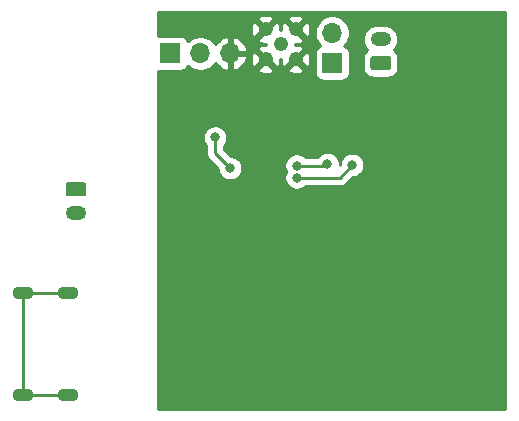
<source format=gbl>
G04 #@! TF.GenerationSoftware,KiCad,Pcbnew,(5.1.5-0)*
G04 #@! TF.CreationDate,2021-10-12T13:01:33-06:00*
G04 #@! TF.ProjectId,TPS61165-heater,54505336-3131-4363-952d-686561746572,rev?*
G04 #@! TF.SameCoordinates,Original*
G04 #@! TF.FileFunction,Copper,L2,Bot*
G04 #@! TF.FilePolarity,Positive*
%FSLAX46Y46*%
G04 Gerber Fmt 4.6, Leading zero omitted, Abs format (unit mm)*
G04 Created by KiCad (PCBNEW (5.1.5-0)) date 2021-10-12 13:01:33*
%MOMM*%
%LPD*%
G04 APERTURE LIST*
%ADD10O,1.700000X1.700000*%
%ADD11R,1.700000X1.700000*%
%ADD12C,1.240000*%
%ADD13O,1.750000X1.200000*%
%ADD14C,0.100000*%
%ADD15O,1.800000X1.100000*%
%ADD16C,0.800000*%
%ADD17C,0.250000*%
%ADD18C,0.254000*%
G04 APERTURE END LIST*
D10*
X136080000Y-59200000D03*
X133540000Y-59200000D03*
D11*
X131000000Y-59200000D03*
D12*
X141600000Y-57160000D03*
X139060000Y-59700000D03*
X139060000Y-57160000D03*
X141600000Y-59700000D03*
X140330000Y-58430000D03*
D13*
X148800000Y-58000000D03*
G04 #@! TA.AperFunction,ComponentPad*
D14*
G36*
X149449505Y-59401204D02*
G01*
X149473773Y-59404804D01*
X149497572Y-59410765D01*
X149520671Y-59419030D01*
X149542850Y-59429520D01*
X149563893Y-59442132D01*
X149583599Y-59456747D01*
X149601777Y-59473223D01*
X149618253Y-59491401D01*
X149632868Y-59511107D01*
X149645480Y-59532150D01*
X149655970Y-59554329D01*
X149664235Y-59577428D01*
X149670196Y-59601227D01*
X149673796Y-59625495D01*
X149675000Y-59649999D01*
X149675000Y-60350001D01*
X149673796Y-60374505D01*
X149670196Y-60398773D01*
X149664235Y-60422572D01*
X149655970Y-60445671D01*
X149645480Y-60467850D01*
X149632868Y-60488893D01*
X149618253Y-60508599D01*
X149601777Y-60526777D01*
X149583599Y-60543253D01*
X149563893Y-60557868D01*
X149542850Y-60570480D01*
X149520671Y-60580970D01*
X149497572Y-60589235D01*
X149473773Y-60595196D01*
X149449505Y-60598796D01*
X149425001Y-60600000D01*
X148174999Y-60600000D01*
X148150495Y-60598796D01*
X148126227Y-60595196D01*
X148102428Y-60589235D01*
X148079329Y-60580970D01*
X148057150Y-60570480D01*
X148036107Y-60557868D01*
X148016401Y-60543253D01*
X147998223Y-60526777D01*
X147981747Y-60508599D01*
X147967132Y-60488893D01*
X147954520Y-60467850D01*
X147944030Y-60445671D01*
X147935765Y-60422572D01*
X147929804Y-60398773D01*
X147926204Y-60374505D01*
X147925000Y-60350001D01*
X147925000Y-59649999D01*
X147926204Y-59625495D01*
X147929804Y-59601227D01*
X147935765Y-59577428D01*
X147944030Y-59554329D01*
X147954520Y-59532150D01*
X147967132Y-59511107D01*
X147981747Y-59491401D01*
X147998223Y-59473223D01*
X148016401Y-59456747D01*
X148036107Y-59442132D01*
X148057150Y-59429520D01*
X148079329Y-59419030D01*
X148102428Y-59410765D01*
X148126227Y-59404804D01*
X148150495Y-59401204D01*
X148174999Y-59400000D01*
X149425001Y-59400000D01*
X149449505Y-59401204D01*
G37*
G04 #@! TD.AperFunction*
D10*
X144700000Y-57460000D03*
D11*
X144700000Y-60000000D03*
D13*
X123000000Y-72700000D03*
G04 #@! TA.AperFunction,ComponentPad*
D14*
G36*
X123649505Y-70101204D02*
G01*
X123673773Y-70104804D01*
X123697572Y-70110765D01*
X123720671Y-70119030D01*
X123742850Y-70129520D01*
X123763893Y-70142132D01*
X123783599Y-70156747D01*
X123801777Y-70173223D01*
X123818253Y-70191401D01*
X123832868Y-70211107D01*
X123845480Y-70232150D01*
X123855970Y-70254329D01*
X123864235Y-70277428D01*
X123870196Y-70301227D01*
X123873796Y-70325495D01*
X123875000Y-70349999D01*
X123875000Y-71050001D01*
X123873796Y-71074505D01*
X123870196Y-71098773D01*
X123864235Y-71122572D01*
X123855970Y-71145671D01*
X123845480Y-71167850D01*
X123832868Y-71188893D01*
X123818253Y-71208599D01*
X123801777Y-71226777D01*
X123783599Y-71243253D01*
X123763893Y-71257868D01*
X123742850Y-71270480D01*
X123720671Y-71280970D01*
X123697572Y-71289235D01*
X123673773Y-71295196D01*
X123649505Y-71298796D01*
X123625001Y-71300000D01*
X122374999Y-71300000D01*
X122350495Y-71298796D01*
X122326227Y-71295196D01*
X122302428Y-71289235D01*
X122279329Y-71280970D01*
X122257150Y-71270480D01*
X122236107Y-71257868D01*
X122216401Y-71243253D01*
X122198223Y-71226777D01*
X122181747Y-71208599D01*
X122167132Y-71188893D01*
X122154520Y-71167850D01*
X122144030Y-71145671D01*
X122135765Y-71122572D01*
X122129804Y-71098773D01*
X122126204Y-71074505D01*
X122125000Y-71050001D01*
X122125000Y-70349999D01*
X122126204Y-70325495D01*
X122129804Y-70301227D01*
X122135765Y-70277428D01*
X122144030Y-70254329D01*
X122154520Y-70232150D01*
X122167132Y-70211107D01*
X122181747Y-70191401D01*
X122198223Y-70173223D01*
X122216401Y-70156747D01*
X122236107Y-70142132D01*
X122257150Y-70129520D01*
X122279329Y-70119030D01*
X122302428Y-70110765D01*
X122326227Y-70104804D01*
X122350495Y-70101204D01*
X122374999Y-70100000D01*
X123625001Y-70100000D01*
X123649505Y-70101204D01*
G37*
G04 #@! TD.AperFunction*
D15*
X118525000Y-79480000D03*
X118525000Y-88120000D03*
X122325000Y-79480000D03*
X122325000Y-88120000D03*
D16*
X147900000Y-83800000D03*
X147900000Y-83000000D03*
X147900000Y-84600000D03*
X147900000Y-82200000D03*
X147900000Y-87300000D03*
X152700000Y-83600000D03*
X152500000Y-86800000D03*
X138400000Y-79300000D03*
X141700000Y-79300000D03*
X138350000Y-80650000D03*
X141700000Y-78000000D03*
X149300000Y-66300000D03*
X147800000Y-68000000D03*
X151100000Y-69500000D03*
X143700000Y-63900000D03*
X140500000Y-63900000D03*
X138300000Y-67025000D03*
X134799990Y-66300000D03*
X136070155Y-68917229D03*
X141700000Y-69700003D03*
X146400000Y-68625000D03*
X141700000Y-68700000D03*
X144300000Y-68550000D03*
D17*
X149300000Y-66500000D02*
X147800000Y-68000000D01*
X149300000Y-66300000D02*
X149300000Y-66500000D01*
X122325000Y-79480000D02*
X118525000Y-79480000D01*
X122325000Y-88120000D02*
X118525000Y-88120000D01*
X118525000Y-87320000D02*
X118525000Y-79480000D01*
X118525000Y-88120000D02*
X118525000Y-87320000D01*
X134799990Y-67647064D02*
X136070155Y-68917229D01*
X134799990Y-66300000D02*
X134799990Y-67647064D01*
X145324997Y-69700003D02*
X146400000Y-68625000D01*
X141700000Y-69700003D02*
X145324997Y-69700003D01*
X144150000Y-68700000D02*
X144300000Y-68550000D01*
X141700000Y-68700000D02*
X144150000Y-68700000D01*
D18*
G36*
X159340001Y-89340000D02*
G01*
X129927000Y-89340000D01*
X129927000Y-66198061D01*
X133764990Y-66198061D01*
X133764990Y-66401939D01*
X133804764Y-66601898D01*
X133882785Y-66790256D01*
X133996053Y-66959774D01*
X134039991Y-67003712D01*
X134039991Y-67609732D01*
X134036314Y-67647064D01*
X134039991Y-67684397D01*
X134050988Y-67796050D01*
X134064170Y-67839506D01*
X134094444Y-67939310D01*
X134165016Y-68071340D01*
X134217051Y-68134744D01*
X134259990Y-68187065D01*
X134288988Y-68210863D01*
X135035155Y-68957031D01*
X135035155Y-69019168D01*
X135074929Y-69219127D01*
X135152950Y-69407485D01*
X135266218Y-69577003D01*
X135410381Y-69721166D01*
X135579899Y-69834434D01*
X135768257Y-69912455D01*
X135968216Y-69952229D01*
X136172094Y-69952229D01*
X136372053Y-69912455D01*
X136560411Y-69834434D01*
X136729929Y-69721166D01*
X136874092Y-69577003D01*
X136987360Y-69407485D01*
X137065381Y-69219127D01*
X137105155Y-69019168D01*
X137105155Y-68815290D01*
X137065381Y-68615331D01*
X137058228Y-68598061D01*
X140665000Y-68598061D01*
X140665000Y-68801939D01*
X140704774Y-69001898D01*
X140782795Y-69190256D01*
X140789307Y-69200002D01*
X140782795Y-69209747D01*
X140704774Y-69398105D01*
X140665000Y-69598064D01*
X140665000Y-69801942D01*
X140704774Y-70001901D01*
X140782795Y-70190259D01*
X140896063Y-70359777D01*
X141040226Y-70503940D01*
X141209744Y-70617208D01*
X141398102Y-70695229D01*
X141598061Y-70735003D01*
X141801939Y-70735003D01*
X142001898Y-70695229D01*
X142190256Y-70617208D01*
X142359774Y-70503940D01*
X142403711Y-70460003D01*
X145287675Y-70460003D01*
X145324997Y-70463679D01*
X145362319Y-70460003D01*
X145362330Y-70460003D01*
X145473983Y-70449006D01*
X145617244Y-70405549D01*
X145749273Y-70334977D01*
X145864998Y-70240004D01*
X145888801Y-70211001D01*
X146439802Y-69660000D01*
X146501939Y-69660000D01*
X146701898Y-69620226D01*
X146890256Y-69542205D01*
X147059774Y-69428937D01*
X147203937Y-69284774D01*
X147317205Y-69115256D01*
X147395226Y-68926898D01*
X147435000Y-68726939D01*
X147435000Y-68523061D01*
X147395226Y-68323102D01*
X147317205Y-68134744D01*
X147203937Y-67965226D01*
X147059774Y-67821063D01*
X146890256Y-67707795D01*
X146701898Y-67629774D01*
X146501939Y-67590000D01*
X146298061Y-67590000D01*
X146098102Y-67629774D01*
X145909744Y-67707795D01*
X145740226Y-67821063D01*
X145596063Y-67965226D01*
X145482795Y-68134744D01*
X145404774Y-68323102D01*
X145365000Y-68523061D01*
X145365000Y-68585198D01*
X145335000Y-68615198D01*
X145335000Y-68448061D01*
X145295226Y-68248102D01*
X145217205Y-68059744D01*
X145103937Y-67890226D01*
X144959774Y-67746063D01*
X144790256Y-67632795D01*
X144601898Y-67554774D01*
X144401939Y-67515000D01*
X144198061Y-67515000D01*
X143998102Y-67554774D01*
X143809744Y-67632795D01*
X143640226Y-67746063D01*
X143496063Y-67890226D01*
X143462805Y-67940000D01*
X142403711Y-67940000D01*
X142359774Y-67896063D01*
X142190256Y-67782795D01*
X142001898Y-67704774D01*
X141801939Y-67665000D01*
X141598061Y-67665000D01*
X141398102Y-67704774D01*
X141209744Y-67782795D01*
X141040226Y-67896063D01*
X140896063Y-68040226D01*
X140782795Y-68209744D01*
X140704774Y-68398102D01*
X140665000Y-68598061D01*
X137058228Y-68598061D01*
X136987360Y-68426973D01*
X136874092Y-68257455D01*
X136729929Y-68113292D01*
X136560411Y-68000024D01*
X136372053Y-67922003D01*
X136172094Y-67882229D01*
X136109957Y-67882229D01*
X135559990Y-67332263D01*
X135559990Y-67003711D01*
X135603927Y-66959774D01*
X135717195Y-66790256D01*
X135795216Y-66601898D01*
X135834990Y-66401939D01*
X135834990Y-66198061D01*
X135795216Y-65998102D01*
X135717195Y-65809744D01*
X135603927Y-65640226D01*
X135459764Y-65496063D01*
X135290246Y-65382795D01*
X135101888Y-65304774D01*
X134901929Y-65265000D01*
X134698051Y-65265000D01*
X134498092Y-65304774D01*
X134309734Y-65382795D01*
X134140216Y-65496063D01*
X133996053Y-65640226D01*
X133882785Y-65809744D01*
X133804764Y-65998102D01*
X133764990Y-66198061D01*
X129927000Y-66198061D01*
X129927000Y-60645927D01*
X130025518Y-60675812D01*
X130150000Y-60688072D01*
X131850000Y-60688072D01*
X131974482Y-60675812D01*
X132094180Y-60639502D01*
X132204494Y-60580537D01*
X132301185Y-60501185D01*
X132380537Y-60404494D01*
X132439502Y-60294180D01*
X132461513Y-60221620D01*
X132593368Y-60353475D01*
X132836589Y-60515990D01*
X133106842Y-60627932D01*
X133393740Y-60685000D01*
X133686260Y-60685000D01*
X133973158Y-60627932D01*
X134243411Y-60515990D01*
X134486632Y-60353475D01*
X134693475Y-60146632D01*
X134815195Y-59964466D01*
X134884822Y-60081355D01*
X135079731Y-60297588D01*
X135313080Y-60471641D01*
X135575901Y-60596825D01*
X135723110Y-60641476D01*
X135953000Y-60520155D01*
X135953000Y-59327000D01*
X136207000Y-59327000D01*
X136207000Y-60520155D01*
X136436890Y-60641476D01*
X136584099Y-60596825D01*
X136652863Y-60564072D01*
X138375533Y-60564072D01*
X138425274Y-60789691D01*
X138650058Y-60892582D01*
X138890596Y-60949642D01*
X139137645Y-60958680D01*
X139381709Y-60919347D01*
X139613410Y-60833156D01*
X139694726Y-60789691D01*
X139744467Y-60564072D01*
X140915533Y-60564072D01*
X140965274Y-60789691D01*
X141190058Y-60892582D01*
X141430596Y-60949642D01*
X141677645Y-60958680D01*
X141921709Y-60919347D01*
X142153410Y-60833156D01*
X142234726Y-60789691D01*
X142284467Y-60564072D01*
X141600000Y-59879605D01*
X140915533Y-60564072D01*
X139744467Y-60564072D01*
X139060000Y-59879605D01*
X138375533Y-60564072D01*
X136652863Y-60564072D01*
X136846920Y-60471641D01*
X137080269Y-60297588D01*
X137275178Y-60081355D01*
X137424157Y-59831252D01*
X137443172Y-59777645D01*
X137801320Y-59777645D01*
X137840653Y-60021709D01*
X137926844Y-60253410D01*
X137970309Y-60334726D01*
X138195928Y-60384467D01*
X138880395Y-59700000D01*
X138195928Y-59015533D01*
X137970309Y-59065274D01*
X137867418Y-59290058D01*
X137810358Y-59530596D01*
X137801320Y-59777645D01*
X137443172Y-59777645D01*
X137521481Y-59556891D01*
X137400814Y-59327000D01*
X136207000Y-59327000D01*
X135953000Y-59327000D01*
X135933000Y-59327000D01*
X135933000Y-59073000D01*
X135953000Y-59073000D01*
X135953000Y-57879845D01*
X136207000Y-57879845D01*
X136207000Y-59073000D01*
X137400814Y-59073000D01*
X137521481Y-58843109D01*
X137424157Y-58568748D01*
X137275178Y-58318645D01*
X137080269Y-58102412D01*
X136975241Y-58024072D01*
X138375533Y-58024072D01*
X138425274Y-58249691D01*
X138650058Y-58352582D01*
X138890596Y-58409642D01*
X139075000Y-58416388D01*
X139075000Y-58444709D01*
X138982355Y-58441320D01*
X138738291Y-58480653D01*
X138506590Y-58566844D01*
X138425274Y-58610309D01*
X138375533Y-58835928D01*
X139060000Y-59520395D01*
X139074143Y-59506253D01*
X139253748Y-59685858D01*
X139239605Y-59700000D01*
X139924072Y-60384467D01*
X140149691Y-60334726D01*
X140252582Y-60109942D01*
X140309642Y-59869404D01*
X140316388Y-59685000D01*
X140344709Y-59685000D01*
X140341320Y-59777645D01*
X140380653Y-60021709D01*
X140466844Y-60253410D01*
X140510309Y-60334726D01*
X140735928Y-60384467D01*
X141420395Y-59700000D01*
X141779605Y-59700000D01*
X142464072Y-60384467D01*
X142689691Y-60334726D01*
X142792582Y-60109942D01*
X142849642Y-59869404D01*
X142858680Y-59622355D01*
X142819347Y-59378291D01*
X142734425Y-59150000D01*
X143211928Y-59150000D01*
X143211928Y-60850000D01*
X143224188Y-60974482D01*
X143260498Y-61094180D01*
X143319463Y-61204494D01*
X143398815Y-61301185D01*
X143495506Y-61380537D01*
X143605820Y-61439502D01*
X143725518Y-61475812D01*
X143850000Y-61488072D01*
X145550000Y-61488072D01*
X145674482Y-61475812D01*
X145794180Y-61439502D01*
X145904494Y-61380537D01*
X146001185Y-61301185D01*
X146080537Y-61204494D01*
X146139502Y-61094180D01*
X146175812Y-60974482D01*
X146188072Y-60850000D01*
X146188072Y-59150000D01*
X146175812Y-59025518D01*
X146139502Y-58905820D01*
X146080537Y-58795506D01*
X146001185Y-58698815D01*
X145904494Y-58619463D01*
X145794180Y-58560498D01*
X145721620Y-58538487D01*
X145853475Y-58406632D01*
X146015990Y-58163411D01*
X146083676Y-58000000D01*
X147284025Y-58000000D01*
X147307870Y-58242102D01*
X147378489Y-58474901D01*
X147493167Y-58689449D01*
X147647498Y-58877502D01*
X147686111Y-58909191D01*
X147681613Y-58911595D01*
X147547038Y-59022038D01*
X147436595Y-59156613D01*
X147354528Y-59310149D01*
X147303992Y-59476745D01*
X147286928Y-59649999D01*
X147286928Y-60350001D01*
X147303992Y-60523255D01*
X147354528Y-60689851D01*
X147436595Y-60843387D01*
X147547038Y-60977962D01*
X147681613Y-61088405D01*
X147835149Y-61170472D01*
X148001745Y-61221008D01*
X148174999Y-61238072D01*
X149425001Y-61238072D01*
X149598255Y-61221008D01*
X149764851Y-61170472D01*
X149918387Y-61088405D01*
X150052962Y-60977962D01*
X150163405Y-60843387D01*
X150245472Y-60689851D01*
X150296008Y-60523255D01*
X150313072Y-60350001D01*
X150313072Y-59649999D01*
X150296008Y-59476745D01*
X150245472Y-59310149D01*
X150163405Y-59156613D01*
X150052962Y-59022038D01*
X149918387Y-58911595D01*
X149913889Y-58909191D01*
X149952502Y-58877502D01*
X150106833Y-58689449D01*
X150221511Y-58474901D01*
X150292130Y-58242102D01*
X150315975Y-58000000D01*
X150292130Y-57757898D01*
X150221511Y-57525099D01*
X150106833Y-57310551D01*
X149952502Y-57122498D01*
X149764449Y-56968167D01*
X149549901Y-56853489D01*
X149317102Y-56782870D01*
X149135665Y-56765000D01*
X148464335Y-56765000D01*
X148282898Y-56782870D01*
X148050099Y-56853489D01*
X147835551Y-56968167D01*
X147647498Y-57122498D01*
X147493167Y-57310551D01*
X147378489Y-57525099D01*
X147307870Y-57757898D01*
X147284025Y-58000000D01*
X146083676Y-58000000D01*
X146127932Y-57893158D01*
X146185000Y-57606260D01*
X146185000Y-57313740D01*
X146127932Y-57026842D01*
X146015990Y-56756589D01*
X145853475Y-56513368D01*
X145646632Y-56306525D01*
X145403411Y-56144010D01*
X145133158Y-56032068D01*
X144846260Y-55975000D01*
X144553740Y-55975000D01*
X144266842Y-56032068D01*
X143996589Y-56144010D01*
X143753368Y-56306525D01*
X143546525Y-56513368D01*
X143384010Y-56756589D01*
X143272068Y-57026842D01*
X143215000Y-57313740D01*
X143215000Y-57606260D01*
X143272068Y-57893158D01*
X143384010Y-58163411D01*
X143546525Y-58406632D01*
X143678380Y-58538487D01*
X143605820Y-58560498D01*
X143495506Y-58619463D01*
X143398815Y-58698815D01*
X143319463Y-58795506D01*
X143260498Y-58905820D01*
X143224188Y-59025518D01*
X143211928Y-59150000D01*
X142734425Y-59150000D01*
X142733156Y-59146590D01*
X142689691Y-59065274D01*
X142464072Y-59015533D01*
X141779605Y-59700000D01*
X141420395Y-59700000D01*
X141406253Y-59685858D01*
X141585858Y-59506253D01*
X141600000Y-59520395D01*
X142284467Y-58835928D01*
X142234726Y-58610309D01*
X142009942Y-58507418D01*
X141769404Y-58450358D01*
X141585000Y-58443612D01*
X141585000Y-58415291D01*
X141677645Y-58418680D01*
X141921709Y-58379347D01*
X142153410Y-58293156D01*
X142234726Y-58249691D01*
X142284467Y-58024072D01*
X141600000Y-57339605D01*
X141585858Y-57353748D01*
X141406253Y-57174143D01*
X141420395Y-57160000D01*
X141779605Y-57160000D01*
X142464072Y-57844467D01*
X142689691Y-57794726D01*
X142792582Y-57569942D01*
X142849642Y-57329404D01*
X142858680Y-57082355D01*
X142819347Y-56838291D01*
X142733156Y-56606590D01*
X142689691Y-56525274D01*
X142464072Y-56475533D01*
X141779605Y-57160000D01*
X141420395Y-57160000D01*
X140735928Y-56475533D01*
X140510309Y-56525274D01*
X140407418Y-56750058D01*
X140350358Y-56990596D01*
X140343612Y-57175000D01*
X140315291Y-57175000D01*
X140318680Y-57082355D01*
X140279347Y-56838291D01*
X140193156Y-56606590D01*
X140149691Y-56525274D01*
X139924072Y-56475533D01*
X139239605Y-57160000D01*
X139253748Y-57174143D01*
X139074143Y-57353748D01*
X139060000Y-57339605D01*
X138375533Y-58024072D01*
X136975241Y-58024072D01*
X136846920Y-57928359D01*
X136584099Y-57803175D01*
X136436890Y-57758524D01*
X136207000Y-57879845D01*
X135953000Y-57879845D01*
X135723110Y-57758524D01*
X135575901Y-57803175D01*
X135313080Y-57928359D01*
X135079731Y-58102412D01*
X134884822Y-58318645D01*
X134815195Y-58435534D01*
X134693475Y-58253368D01*
X134486632Y-58046525D01*
X134243411Y-57884010D01*
X133973158Y-57772068D01*
X133686260Y-57715000D01*
X133393740Y-57715000D01*
X133106842Y-57772068D01*
X132836589Y-57884010D01*
X132593368Y-58046525D01*
X132461513Y-58178380D01*
X132439502Y-58105820D01*
X132380537Y-57995506D01*
X132301185Y-57898815D01*
X132204494Y-57819463D01*
X132094180Y-57760498D01*
X131974482Y-57724188D01*
X131850000Y-57711928D01*
X130150000Y-57711928D01*
X130025518Y-57724188D01*
X129927000Y-57754073D01*
X129927000Y-57237645D01*
X137801320Y-57237645D01*
X137840653Y-57481709D01*
X137926844Y-57713410D01*
X137970309Y-57794726D01*
X138195928Y-57844467D01*
X138880395Y-57160000D01*
X138195928Y-56475533D01*
X137970309Y-56525274D01*
X137867418Y-56750058D01*
X137810358Y-56990596D01*
X137801320Y-57237645D01*
X129927000Y-57237645D01*
X129927000Y-56295928D01*
X138375533Y-56295928D01*
X139060000Y-56980395D01*
X139744467Y-56295928D01*
X140915533Y-56295928D01*
X141600000Y-56980395D01*
X142284467Y-56295928D01*
X142234726Y-56070309D01*
X142009942Y-55967418D01*
X141769404Y-55910358D01*
X141522355Y-55901320D01*
X141278291Y-55940653D01*
X141046590Y-56026844D01*
X140965274Y-56070309D01*
X140915533Y-56295928D01*
X139744467Y-56295928D01*
X139694726Y-56070309D01*
X139469942Y-55967418D01*
X139229404Y-55910358D01*
X138982355Y-55901320D01*
X138738291Y-55940653D01*
X138506590Y-56026844D01*
X138425274Y-56070309D01*
X138375533Y-56295928D01*
X129927000Y-56295928D01*
X129927000Y-55660000D01*
X159340000Y-55660000D01*
X159340001Y-89340000D01*
G37*
X159340001Y-89340000D02*
X129927000Y-89340000D01*
X129927000Y-66198061D01*
X133764990Y-66198061D01*
X133764990Y-66401939D01*
X133804764Y-66601898D01*
X133882785Y-66790256D01*
X133996053Y-66959774D01*
X134039991Y-67003712D01*
X134039991Y-67609732D01*
X134036314Y-67647064D01*
X134039991Y-67684397D01*
X134050988Y-67796050D01*
X134064170Y-67839506D01*
X134094444Y-67939310D01*
X134165016Y-68071340D01*
X134217051Y-68134744D01*
X134259990Y-68187065D01*
X134288988Y-68210863D01*
X135035155Y-68957031D01*
X135035155Y-69019168D01*
X135074929Y-69219127D01*
X135152950Y-69407485D01*
X135266218Y-69577003D01*
X135410381Y-69721166D01*
X135579899Y-69834434D01*
X135768257Y-69912455D01*
X135968216Y-69952229D01*
X136172094Y-69952229D01*
X136372053Y-69912455D01*
X136560411Y-69834434D01*
X136729929Y-69721166D01*
X136874092Y-69577003D01*
X136987360Y-69407485D01*
X137065381Y-69219127D01*
X137105155Y-69019168D01*
X137105155Y-68815290D01*
X137065381Y-68615331D01*
X137058228Y-68598061D01*
X140665000Y-68598061D01*
X140665000Y-68801939D01*
X140704774Y-69001898D01*
X140782795Y-69190256D01*
X140789307Y-69200002D01*
X140782795Y-69209747D01*
X140704774Y-69398105D01*
X140665000Y-69598064D01*
X140665000Y-69801942D01*
X140704774Y-70001901D01*
X140782795Y-70190259D01*
X140896063Y-70359777D01*
X141040226Y-70503940D01*
X141209744Y-70617208D01*
X141398102Y-70695229D01*
X141598061Y-70735003D01*
X141801939Y-70735003D01*
X142001898Y-70695229D01*
X142190256Y-70617208D01*
X142359774Y-70503940D01*
X142403711Y-70460003D01*
X145287675Y-70460003D01*
X145324997Y-70463679D01*
X145362319Y-70460003D01*
X145362330Y-70460003D01*
X145473983Y-70449006D01*
X145617244Y-70405549D01*
X145749273Y-70334977D01*
X145864998Y-70240004D01*
X145888801Y-70211001D01*
X146439802Y-69660000D01*
X146501939Y-69660000D01*
X146701898Y-69620226D01*
X146890256Y-69542205D01*
X147059774Y-69428937D01*
X147203937Y-69284774D01*
X147317205Y-69115256D01*
X147395226Y-68926898D01*
X147435000Y-68726939D01*
X147435000Y-68523061D01*
X147395226Y-68323102D01*
X147317205Y-68134744D01*
X147203937Y-67965226D01*
X147059774Y-67821063D01*
X146890256Y-67707795D01*
X146701898Y-67629774D01*
X146501939Y-67590000D01*
X146298061Y-67590000D01*
X146098102Y-67629774D01*
X145909744Y-67707795D01*
X145740226Y-67821063D01*
X145596063Y-67965226D01*
X145482795Y-68134744D01*
X145404774Y-68323102D01*
X145365000Y-68523061D01*
X145365000Y-68585198D01*
X145335000Y-68615198D01*
X145335000Y-68448061D01*
X145295226Y-68248102D01*
X145217205Y-68059744D01*
X145103937Y-67890226D01*
X144959774Y-67746063D01*
X144790256Y-67632795D01*
X144601898Y-67554774D01*
X144401939Y-67515000D01*
X144198061Y-67515000D01*
X143998102Y-67554774D01*
X143809744Y-67632795D01*
X143640226Y-67746063D01*
X143496063Y-67890226D01*
X143462805Y-67940000D01*
X142403711Y-67940000D01*
X142359774Y-67896063D01*
X142190256Y-67782795D01*
X142001898Y-67704774D01*
X141801939Y-67665000D01*
X141598061Y-67665000D01*
X141398102Y-67704774D01*
X141209744Y-67782795D01*
X141040226Y-67896063D01*
X140896063Y-68040226D01*
X140782795Y-68209744D01*
X140704774Y-68398102D01*
X140665000Y-68598061D01*
X137058228Y-68598061D01*
X136987360Y-68426973D01*
X136874092Y-68257455D01*
X136729929Y-68113292D01*
X136560411Y-68000024D01*
X136372053Y-67922003D01*
X136172094Y-67882229D01*
X136109957Y-67882229D01*
X135559990Y-67332263D01*
X135559990Y-67003711D01*
X135603927Y-66959774D01*
X135717195Y-66790256D01*
X135795216Y-66601898D01*
X135834990Y-66401939D01*
X135834990Y-66198061D01*
X135795216Y-65998102D01*
X135717195Y-65809744D01*
X135603927Y-65640226D01*
X135459764Y-65496063D01*
X135290246Y-65382795D01*
X135101888Y-65304774D01*
X134901929Y-65265000D01*
X134698051Y-65265000D01*
X134498092Y-65304774D01*
X134309734Y-65382795D01*
X134140216Y-65496063D01*
X133996053Y-65640226D01*
X133882785Y-65809744D01*
X133804764Y-65998102D01*
X133764990Y-66198061D01*
X129927000Y-66198061D01*
X129927000Y-60645927D01*
X130025518Y-60675812D01*
X130150000Y-60688072D01*
X131850000Y-60688072D01*
X131974482Y-60675812D01*
X132094180Y-60639502D01*
X132204494Y-60580537D01*
X132301185Y-60501185D01*
X132380537Y-60404494D01*
X132439502Y-60294180D01*
X132461513Y-60221620D01*
X132593368Y-60353475D01*
X132836589Y-60515990D01*
X133106842Y-60627932D01*
X133393740Y-60685000D01*
X133686260Y-60685000D01*
X133973158Y-60627932D01*
X134243411Y-60515990D01*
X134486632Y-60353475D01*
X134693475Y-60146632D01*
X134815195Y-59964466D01*
X134884822Y-60081355D01*
X135079731Y-60297588D01*
X135313080Y-60471641D01*
X135575901Y-60596825D01*
X135723110Y-60641476D01*
X135953000Y-60520155D01*
X135953000Y-59327000D01*
X136207000Y-59327000D01*
X136207000Y-60520155D01*
X136436890Y-60641476D01*
X136584099Y-60596825D01*
X136652863Y-60564072D01*
X138375533Y-60564072D01*
X138425274Y-60789691D01*
X138650058Y-60892582D01*
X138890596Y-60949642D01*
X139137645Y-60958680D01*
X139381709Y-60919347D01*
X139613410Y-60833156D01*
X139694726Y-60789691D01*
X139744467Y-60564072D01*
X140915533Y-60564072D01*
X140965274Y-60789691D01*
X141190058Y-60892582D01*
X141430596Y-60949642D01*
X141677645Y-60958680D01*
X141921709Y-60919347D01*
X142153410Y-60833156D01*
X142234726Y-60789691D01*
X142284467Y-60564072D01*
X141600000Y-59879605D01*
X140915533Y-60564072D01*
X139744467Y-60564072D01*
X139060000Y-59879605D01*
X138375533Y-60564072D01*
X136652863Y-60564072D01*
X136846920Y-60471641D01*
X137080269Y-60297588D01*
X137275178Y-60081355D01*
X137424157Y-59831252D01*
X137443172Y-59777645D01*
X137801320Y-59777645D01*
X137840653Y-60021709D01*
X137926844Y-60253410D01*
X137970309Y-60334726D01*
X138195928Y-60384467D01*
X138880395Y-59700000D01*
X138195928Y-59015533D01*
X137970309Y-59065274D01*
X137867418Y-59290058D01*
X137810358Y-59530596D01*
X137801320Y-59777645D01*
X137443172Y-59777645D01*
X137521481Y-59556891D01*
X137400814Y-59327000D01*
X136207000Y-59327000D01*
X135953000Y-59327000D01*
X135933000Y-59327000D01*
X135933000Y-59073000D01*
X135953000Y-59073000D01*
X135953000Y-57879845D01*
X136207000Y-57879845D01*
X136207000Y-59073000D01*
X137400814Y-59073000D01*
X137521481Y-58843109D01*
X137424157Y-58568748D01*
X137275178Y-58318645D01*
X137080269Y-58102412D01*
X136975241Y-58024072D01*
X138375533Y-58024072D01*
X138425274Y-58249691D01*
X138650058Y-58352582D01*
X138890596Y-58409642D01*
X139075000Y-58416388D01*
X139075000Y-58444709D01*
X138982355Y-58441320D01*
X138738291Y-58480653D01*
X138506590Y-58566844D01*
X138425274Y-58610309D01*
X138375533Y-58835928D01*
X139060000Y-59520395D01*
X139074143Y-59506253D01*
X139253748Y-59685858D01*
X139239605Y-59700000D01*
X139924072Y-60384467D01*
X140149691Y-60334726D01*
X140252582Y-60109942D01*
X140309642Y-59869404D01*
X140316388Y-59685000D01*
X140344709Y-59685000D01*
X140341320Y-59777645D01*
X140380653Y-60021709D01*
X140466844Y-60253410D01*
X140510309Y-60334726D01*
X140735928Y-60384467D01*
X141420395Y-59700000D01*
X141779605Y-59700000D01*
X142464072Y-60384467D01*
X142689691Y-60334726D01*
X142792582Y-60109942D01*
X142849642Y-59869404D01*
X142858680Y-59622355D01*
X142819347Y-59378291D01*
X142734425Y-59150000D01*
X143211928Y-59150000D01*
X143211928Y-60850000D01*
X143224188Y-60974482D01*
X143260498Y-61094180D01*
X143319463Y-61204494D01*
X143398815Y-61301185D01*
X143495506Y-61380537D01*
X143605820Y-61439502D01*
X143725518Y-61475812D01*
X143850000Y-61488072D01*
X145550000Y-61488072D01*
X145674482Y-61475812D01*
X145794180Y-61439502D01*
X145904494Y-61380537D01*
X146001185Y-61301185D01*
X146080537Y-61204494D01*
X146139502Y-61094180D01*
X146175812Y-60974482D01*
X146188072Y-60850000D01*
X146188072Y-59150000D01*
X146175812Y-59025518D01*
X146139502Y-58905820D01*
X146080537Y-58795506D01*
X146001185Y-58698815D01*
X145904494Y-58619463D01*
X145794180Y-58560498D01*
X145721620Y-58538487D01*
X145853475Y-58406632D01*
X146015990Y-58163411D01*
X146083676Y-58000000D01*
X147284025Y-58000000D01*
X147307870Y-58242102D01*
X147378489Y-58474901D01*
X147493167Y-58689449D01*
X147647498Y-58877502D01*
X147686111Y-58909191D01*
X147681613Y-58911595D01*
X147547038Y-59022038D01*
X147436595Y-59156613D01*
X147354528Y-59310149D01*
X147303992Y-59476745D01*
X147286928Y-59649999D01*
X147286928Y-60350001D01*
X147303992Y-60523255D01*
X147354528Y-60689851D01*
X147436595Y-60843387D01*
X147547038Y-60977962D01*
X147681613Y-61088405D01*
X147835149Y-61170472D01*
X148001745Y-61221008D01*
X148174999Y-61238072D01*
X149425001Y-61238072D01*
X149598255Y-61221008D01*
X149764851Y-61170472D01*
X149918387Y-61088405D01*
X150052962Y-60977962D01*
X150163405Y-60843387D01*
X150245472Y-60689851D01*
X150296008Y-60523255D01*
X150313072Y-60350001D01*
X150313072Y-59649999D01*
X150296008Y-59476745D01*
X150245472Y-59310149D01*
X150163405Y-59156613D01*
X150052962Y-59022038D01*
X149918387Y-58911595D01*
X149913889Y-58909191D01*
X149952502Y-58877502D01*
X150106833Y-58689449D01*
X150221511Y-58474901D01*
X150292130Y-58242102D01*
X150315975Y-58000000D01*
X150292130Y-57757898D01*
X150221511Y-57525099D01*
X150106833Y-57310551D01*
X149952502Y-57122498D01*
X149764449Y-56968167D01*
X149549901Y-56853489D01*
X149317102Y-56782870D01*
X149135665Y-56765000D01*
X148464335Y-56765000D01*
X148282898Y-56782870D01*
X148050099Y-56853489D01*
X147835551Y-56968167D01*
X147647498Y-57122498D01*
X147493167Y-57310551D01*
X147378489Y-57525099D01*
X147307870Y-57757898D01*
X147284025Y-58000000D01*
X146083676Y-58000000D01*
X146127932Y-57893158D01*
X146185000Y-57606260D01*
X146185000Y-57313740D01*
X146127932Y-57026842D01*
X146015990Y-56756589D01*
X145853475Y-56513368D01*
X145646632Y-56306525D01*
X145403411Y-56144010D01*
X145133158Y-56032068D01*
X144846260Y-55975000D01*
X144553740Y-55975000D01*
X144266842Y-56032068D01*
X143996589Y-56144010D01*
X143753368Y-56306525D01*
X143546525Y-56513368D01*
X143384010Y-56756589D01*
X143272068Y-57026842D01*
X143215000Y-57313740D01*
X143215000Y-57606260D01*
X143272068Y-57893158D01*
X143384010Y-58163411D01*
X143546525Y-58406632D01*
X143678380Y-58538487D01*
X143605820Y-58560498D01*
X143495506Y-58619463D01*
X143398815Y-58698815D01*
X143319463Y-58795506D01*
X143260498Y-58905820D01*
X143224188Y-59025518D01*
X143211928Y-59150000D01*
X142734425Y-59150000D01*
X142733156Y-59146590D01*
X142689691Y-59065274D01*
X142464072Y-59015533D01*
X141779605Y-59700000D01*
X141420395Y-59700000D01*
X141406253Y-59685858D01*
X141585858Y-59506253D01*
X141600000Y-59520395D01*
X142284467Y-58835928D01*
X142234726Y-58610309D01*
X142009942Y-58507418D01*
X141769404Y-58450358D01*
X141585000Y-58443612D01*
X141585000Y-58415291D01*
X141677645Y-58418680D01*
X141921709Y-58379347D01*
X142153410Y-58293156D01*
X142234726Y-58249691D01*
X142284467Y-58024072D01*
X141600000Y-57339605D01*
X141585858Y-57353748D01*
X141406253Y-57174143D01*
X141420395Y-57160000D01*
X141779605Y-57160000D01*
X142464072Y-57844467D01*
X142689691Y-57794726D01*
X142792582Y-57569942D01*
X142849642Y-57329404D01*
X142858680Y-57082355D01*
X142819347Y-56838291D01*
X142733156Y-56606590D01*
X142689691Y-56525274D01*
X142464072Y-56475533D01*
X141779605Y-57160000D01*
X141420395Y-57160000D01*
X140735928Y-56475533D01*
X140510309Y-56525274D01*
X140407418Y-56750058D01*
X140350358Y-56990596D01*
X140343612Y-57175000D01*
X140315291Y-57175000D01*
X140318680Y-57082355D01*
X140279347Y-56838291D01*
X140193156Y-56606590D01*
X140149691Y-56525274D01*
X139924072Y-56475533D01*
X139239605Y-57160000D01*
X139253748Y-57174143D01*
X139074143Y-57353748D01*
X139060000Y-57339605D01*
X138375533Y-58024072D01*
X136975241Y-58024072D01*
X136846920Y-57928359D01*
X136584099Y-57803175D01*
X136436890Y-57758524D01*
X136207000Y-57879845D01*
X135953000Y-57879845D01*
X135723110Y-57758524D01*
X135575901Y-57803175D01*
X135313080Y-57928359D01*
X135079731Y-58102412D01*
X134884822Y-58318645D01*
X134815195Y-58435534D01*
X134693475Y-58253368D01*
X134486632Y-58046525D01*
X134243411Y-57884010D01*
X133973158Y-57772068D01*
X133686260Y-57715000D01*
X133393740Y-57715000D01*
X133106842Y-57772068D01*
X132836589Y-57884010D01*
X132593368Y-58046525D01*
X132461513Y-58178380D01*
X132439502Y-58105820D01*
X132380537Y-57995506D01*
X132301185Y-57898815D01*
X132204494Y-57819463D01*
X132094180Y-57760498D01*
X131974482Y-57724188D01*
X131850000Y-57711928D01*
X130150000Y-57711928D01*
X130025518Y-57724188D01*
X129927000Y-57754073D01*
X129927000Y-57237645D01*
X137801320Y-57237645D01*
X137840653Y-57481709D01*
X137926844Y-57713410D01*
X137970309Y-57794726D01*
X138195928Y-57844467D01*
X138880395Y-57160000D01*
X138195928Y-56475533D01*
X137970309Y-56525274D01*
X137867418Y-56750058D01*
X137810358Y-56990596D01*
X137801320Y-57237645D01*
X129927000Y-57237645D01*
X129927000Y-56295928D01*
X138375533Y-56295928D01*
X139060000Y-56980395D01*
X139744467Y-56295928D01*
X140915533Y-56295928D01*
X141600000Y-56980395D01*
X142284467Y-56295928D01*
X142234726Y-56070309D01*
X142009942Y-55967418D01*
X141769404Y-55910358D01*
X141522355Y-55901320D01*
X141278291Y-55940653D01*
X141046590Y-56026844D01*
X140965274Y-56070309D01*
X140915533Y-56295928D01*
X139744467Y-56295928D01*
X139694726Y-56070309D01*
X139469942Y-55967418D01*
X139229404Y-55910358D01*
X138982355Y-55901320D01*
X138738291Y-55940653D01*
X138506590Y-56026844D01*
X138425274Y-56070309D01*
X138375533Y-56295928D01*
X129927000Y-56295928D01*
X129927000Y-55660000D01*
X159340000Y-55660000D01*
X159340001Y-89340000D01*
M02*

</source>
